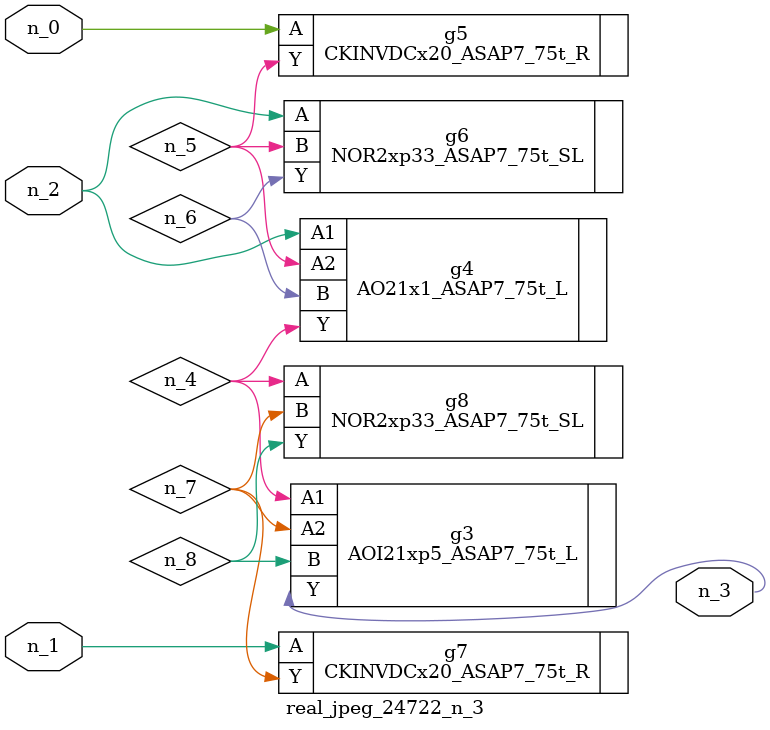
<source format=v>
module real_jpeg_24722_n_3 (n_1, n_0, n_2, n_3);

input n_1;
input n_0;
input n_2;

output n_3;

wire n_5;
wire n_4;
wire n_8;
wire n_6;
wire n_7;

CKINVDCx20_ASAP7_75t_R g5 ( 
.A(n_0),
.Y(n_5)
);

CKINVDCx20_ASAP7_75t_R g7 ( 
.A(n_1),
.Y(n_7)
);

AO21x1_ASAP7_75t_L g4 ( 
.A1(n_2),
.A2(n_5),
.B(n_6),
.Y(n_4)
);

NOR2xp33_ASAP7_75t_SL g6 ( 
.A(n_2),
.B(n_5),
.Y(n_6)
);

AOI21xp5_ASAP7_75t_L g3 ( 
.A1(n_4),
.A2(n_7),
.B(n_8),
.Y(n_3)
);

NOR2xp33_ASAP7_75t_SL g8 ( 
.A(n_4),
.B(n_7),
.Y(n_8)
);


endmodule
</source>
